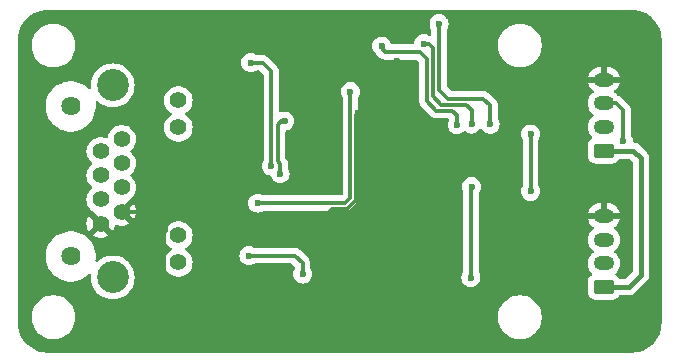
<source format=gbr>
G04 #@! TF.GenerationSoftware,KiCad,Pcbnew,8.0.0*
G04 #@! TF.CreationDate,2024-03-12T12:46:24+03:00*
G04 #@! TF.ProjectId,Maxxfan_ethernet_controller,4d617878-6661-46e5-9f65-746865726e65,rev?*
G04 #@! TF.SameCoordinates,Original*
G04 #@! TF.FileFunction,Copper,L2,Bot*
G04 #@! TF.FilePolarity,Positive*
%FSLAX46Y46*%
G04 Gerber Fmt 4.6, Leading zero omitted, Abs format (unit mm)*
G04 Created by KiCad (PCBNEW 8.0.0) date 2024-03-12 12:46:24*
%MOMM*%
%LPD*%
G01*
G04 APERTURE LIST*
G04 Aperture macros list*
%AMRoundRect*
0 Rectangle with rounded corners*
0 $1 Rounding radius*
0 $2 $3 $4 $5 $6 $7 $8 $9 X,Y pos of 4 corners*
0 Add a 4 corners polygon primitive as box body*
4,1,4,$2,$3,$4,$5,$6,$7,$8,$9,$2,$3,0*
0 Add four circle primitives for the rounded corners*
1,1,$1+$1,$2,$3*
1,1,$1+$1,$4,$5*
1,1,$1+$1,$6,$7*
1,1,$1+$1,$8,$9*
0 Add four rect primitives between the rounded corners*
20,1,$1+$1,$2,$3,$4,$5,0*
20,1,$1+$1,$4,$5,$6,$7,0*
20,1,$1+$1,$6,$7,$8,$9,0*
20,1,$1+$1,$8,$9,$2,$3,0*%
G04 Aperture macros list end*
G04 #@! TA.AperFunction,ComponentPad*
%ADD10RoundRect,0.250000X0.625000X-0.350000X0.625000X0.350000X-0.625000X0.350000X-0.625000X-0.350000X0*%
G04 #@! TD*
G04 #@! TA.AperFunction,ComponentPad*
%ADD11O,1.750000X1.200000*%
G04 #@! TD*
G04 #@! TA.AperFunction,ComponentPad*
%ADD12C,1.400000*%
G04 #@! TD*
G04 #@! TA.AperFunction,ComponentPad*
%ADD13C,1.625000*%
G04 #@! TD*
G04 #@! TA.AperFunction,ComponentPad*
%ADD14C,2.700000*%
G04 #@! TD*
G04 #@! TA.AperFunction,ViaPad*
%ADD15C,0.600000*%
G04 #@! TD*
G04 #@! TA.AperFunction,Conductor*
%ADD16C,0.304800*%
G04 #@! TD*
G04 #@! TA.AperFunction,Conductor*
%ADD17C,0.381000*%
G04 #@! TD*
G04 APERTURE END LIST*
D10*
X144600000Y-118450000D03*
D11*
X144600000Y-116450000D03*
X144600000Y-114450000D03*
X144600000Y-112450000D03*
X144600000Y-100900000D03*
X144600000Y-102900000D03*
X144600000Y-104900000D03*
D10*
X144600000Y-106900000D03*
D12*
X103780000Y-105940000D03*
X102000000Y-106960000D03*
X103780000Y-107980000D03*
X102000000Y-109000000D03*
X103780000Y-110020000D03*
X102000000Y-111040000D03*
X103780000Y-112060000D03*
X102000000Y-113080000D03*
X108590000Y-102650000D03*
X108590000Y-104940000D03*
X108590000Y-114080000D03*
X108590000Y-116370000D03*
D13*
X99460000Y-103160000D03*
X99460000Y-115860000D03*
D14*
X103020000Y-101380000D03*
X103020000Y-117640000D03*
D15*
X123802400Y-103750000D03*
X132900000Y-98000000D03*
X127050000Y-99300000D03*
X122350000Y-98000000D03*
X117600000Y-104400000D03*
X117200000Y-108854800D03*
X114700000Y-99450000D03*
X116450000Y-108202400D03*
X115300000Y-111350000D03*
X123150000Y-101900000D03*
X114550000Y-115800000D03*
X119100000Y-117350000D03*
X125800000Y-98050000D03*
X129350000Y-97850000D03*
X130650000Y-96150000D03*
X134975000Y-104675000D03*
X132177500Y-104722500D03*
X133400000Y-104650000D03*
X136350000Y-102300000D03*
X138400000Y-105500000D03*
X138400000Y-110350000D03*
X146247600Y-106086317D03*
X133350000Y-117650000D03*
X133400000Y-109950000D03*
X114300000Y-114300000D03*
X114400000Y-108700000D03*
X114450000Y-101100000D03*
X119350000Y-104450000D03*
X110200000Y-110747600D03*
X110200000Y-112350000D03*
X130650000Y-117550000D03*
X119350000Y-120800000D03*
X111800000Y-118700000D03*
X121000000Y-119400000D03*
X106900000Y-113250000D03*
D16*
X121000000Y-119400000D02*
X121000000Y-112400000D01*
X123654800Y-111095200D02*
X123654800Y-103897600D01*
X121000000Y-112400000D02*
X121545200Y-111854800D01*
X121545200Y-111854800D02*
X122895200Y-111854800D01*
X122895200Y-111854800D02*
X123654800Y-111095200D01*
X123654800Y-103897600D02*
X123802400Y-103750000D01*
X115300000Y-111350000D02*
X122686104Y-111350000D01*
X122686104Y-111350000D02*
X123150000Y-110886104D01*
X123150000Y-110886104D02*
X123150000Y-101900000D01*
X117200000Y-108854800D02*
X117200000Y-108029766D01*
X117300000Y-104400000D02*
X117600000Y-104400000D01*
X117200000Y-108029766D02*
X116985117Y-107814883D01*
X116985117Y-104714883D02*
X117300000Y-104400000D01*
X116985117Y-107814883D02*
X116985117Y-104714883D01*
X115700000Y-99450000D02*
X114700000Y-99450000D01*
X115750000Y-99500000D02*
X115700000Y-99450000D01*
X116450000Y-100200000D02*
X115750000Y-99500000D01*
X116450000Y-108202400D02*
X116450000Y-100200000D01*
X119100000Y-117350000D02*
X119100000Y-116450000D01*
X119100000Y-116450000D02*
X118450000Y-115800000D01*
X118450000Y-115800000D02*
X114550000Y-115800000D01*
X133400000Y-104650000D02*
X133400000Y-103500000D01*
X133400000Y-103500000D02*
X132904800Y-103004800D01*
X132904800Y-103004800D02*
X130854800Y-103004800D01*
X130145200Y-102295200D02*
X130145200Y-98195200D01*
X130854800Y-103004800D02*
X130145200Y-102295200D01*
X130145200Y-98195200D02*
X129800000Y-97850000D01*
X129800000Y-97850000D02*
X129350000Y-97850000D01*
X134975000Y-104675000D02*
X134975000Y-103075000D01*
X134975000Y-103075000D02*
X134400000Y-102500000D01*
X134400000Y-102500000D02*
X131400000Y-102500000D01*
X131400000Y-102500000D02*
X130650000Y-101750000D01*
X130650000Y-101750000D02*
X130650000Y-96150000D01*
X132177500Y-104722500D02*
X132177500Y-103927500D01*
X131759600Y-103509600D02*
X130409600Y-103509600D01*
X129050000Y-98550000D02*
X126100000Y-98550000D01*
X125800000Y-98250000D02*
X125800000Y-98050000D01*
X132177500Y-103927500D02*
X131759600Y-103509600D01*
X130409600Y-103509600D02*
X129640400Y-102740400D01*
X129640400Y-102740400D02*
X129640400Y-99140400D01*
X129640400Y-99140400D02*
X129050000Y-98550000D01*
X126100000Y-98550000D02*
X125800000Y-98250000D01*
X138400000Y-110350000D02*
X138400000Y-105500000D01*
D17*
X144600000Y-118450000D02*
X146750000Y-118450000D01*
X146750000Y-118450000D02*
X147750000Y-117450000D01*
X147100000Y-106900000D02*
X144600000Y-106900000D01*
X147750000Y-117450000D02*
X147750000Y-107550000D01*
X147750000Y-107550000D02*
X147100000Y-106900000D01*
D16*
X146247600Y-106086317D02*
X146247600Y-103497600D01*
X146247600Y-103497600D02*
X145650000Y-102900000D01*
X145650000Y-102900000D02*
X144600000Y-102900000D01*
X133400000Y-109950000D02*
X133350000Y-110000000D01*
X133350000Y-110000000D02*
X133350000Y-117650000D01*
X110200000Y-110747600D02*
X110200000Y-112350000D01*
X106900000Y-113250000D02*
X106900000Y-120363896D01*
X106900000Y-120363896D02*
X108240904Y-121704800D01*
X108240904Y-121704800D02*
X120395200Y-121704800D01*
X120395200Y-121704800D02*
X121000000Y-121100000D01*
X121000000Y-121100000D02*
X121000000Y-119400000D01*
X103780000Y-112060000D02*
X106860000Y-112060000D01*
X106860000Y-112060000D02*
X107552400Y-112752400D01*
X107552400Y-113747600D02*
X107404800Y-113895200D01*
X107552400Y-112752400D02*
X107552400Y-113747600D01*
X107404800Y-113895200D02*
X107404800Y-120154800D01*
X107404800Y-120154800D02*
X108450000Y-121200000D01*
X108450000Y-121200000D02*
X111050000Y-121200000D01*
X111800000Y-120450000D02*
X111800000Y-118700000D01*
X111050000Y-121200000D02*
X111800000Y-120450000D01*
G04 #@! TA.AperFunction,Conductor*
G36*
X147003738Y-95000726D02*
G01*
X147293798Y-95018271D01*
X147308661Y-95020076D01*
X147590799Y-95071780D01*
X147605336Y-95075363D01*
X147879173Y-95160695D01*
X147893164Y-95166000D01*
X148154744Y-95283727D01*
X148167990Y-95290680D01*
X148413466Y-95439075D01*
X148425777Y-95447573D01*
X148518458Y-95520184D01*
X148651574Y-95624474D01*
X148662782Y-95634404D01*
X148865596Y-95837218D01*
X148875526Y-95848426D01*
X148995482Y-96001539D01*
X149052423Y-96074218D01*
X149060929Y-96086541D01*
X149209316Y-96332004D01*
X149216275Y-96345263D01*
X149333997Y-96606831D01*
X149339306Y-96620832D01*
X149424635Y-96894664D01*
X149428219Y-96909202D01*
X149479923Y-97191340D01*
X149481728Y-97206205D01*
X149499276Y-97496289D01*
X149499502Y-97503776D01*
X149499502Y-121496251D01*
X149499276Y-121503738D01*
X149481730Y-121793796D01*
X149479925Y-121808661D01*
X149428221Y-122090799D01*
X149424637Y-122105337D01*
X149339308Y-122379168D01*
X149333999Y-122393169D01*
X149216277Y-122654737D01*
X149209318Y-122667996D01*
X149060930Y-122913460D01*
X149052424Y-122925783D01*
X148875527Y-123151575D01*
X148865597Y-123162783D01*
X148662783Y-123365597D01*
X148651575Y-123375527D01*
X148425783Y-123552424D01*
X148413460Y-123560930D01*
X148167996Y-123709318D01*
X148154737Y-123716277D01*
X147893169Y-123833999D01*
X147879168Y-123839308D01*
X147605337Y-123924637D01*
X147590799Y-123928221D01*
X147308661Y-123979925D01*
X147293796Y-123981730D01*
X147003738Y-123999276D01*
X146996251Y-123999502D01*
X97503751Y-123999502D01*
X97496264Y-123999276D01*
X97206204Y-123981730D01*
X97191339Y-123979925D01*
X96909201Y-123928221D01*
X96894663Y-123924637D01*
X96620832Y-123839308D01*
X96606831Y-123833999D01*
X96345263Y-123716277D01*
X96332004Y-123709318D01*
X96086537Y-123560928D01*
X96074217Y-123552424D01*
X95848425Y-123375528D01*
X95837217Y-123365598D01*
X95634402Y-123162783D01*
X95624472Y-123151575D01*
X95447572Y-122925778D01*
X95439074Y-122913467D01*
X95290678Y-122667991D01*
X95283725Y-122654745D01*
X95165998Y-122393165D01*
X95160691Y-122379169D01*
X95111945Y-122222738D01*
X95075361Y-122105336D01*
X95071778Y-122090799D01*
X95020074Y-121808661D01*
X95018269Y-121793796D01*
X95000726Y-121503771D01*
X95000500Y-121496284D01*
X95000500Y-121121288D01*
X96149500Y-121121288D01*
X96181161Y-121361785D01*
X96243947Y-121596104D01*
X96325834Y-121793796D01*
X96336776Y-121820212D01*
X96458064Y-122030289D01*
X96458066Y-122030292D01*
X96458067Y-122030293D01*
X96605733Y-122222736D01*
X96605739Y-122222743D01*
X96777256Y-122394260D01*
X96777262Y-122394265D01*
X96969711Y-122541936D01*
X97179788Y-122663224D01*
X97403900Y-122756054D01*
X97638211Y-122818838D01*
X97818586Y-122842584D01*
X97878711Y-122850500D01*
X97878712Y-122850500D01*
X98121289Y-122850500D01*
X98169388Y-122844167D01*
X98361789Y-122818838D01*
X98596100Y-122756054D01*
X98820212Y-122663224D01*
X99030289Y-122541936D01*
X99222738Y-122394265D01*
X99394265Y-122222738D01*
X99541936Y-122030289D01*
X99663224Y-121820212D01*
X99756054Y-121596100D01*
X99818838Y-121361789D01*
X99850500Y-121121288D01*
X135649500Y-121121288D01*
X135681161Y-121361785D01*
X135743947Y-121596104D01*
X135825834Y-121793796D01*
X135836776Y-121820212D01*
X135958064Y-122030289D01*
X135958066Y-122030292D01*
X135958067Y-122030293D01*
X136105733Y-122222736D01*
X136105739Y-122222743D01*
X136277256Y-122394260D01*
X136277262Y-122394265D01*
X136469711Y-122541936D01*
X136679788Y-122663224D01*
X136903900Y-122756054D01*
X137138211Y-122818838D01*
X137318586Y-122842584D01*
X137378711Y-122850500D01*
X137378712Y-122850500D01*
X137621289Y-122850500D01*
X137669388Y-122844167D01*
X137861789Y-122818838D01*
X138096100Y-122756054D01*
X138320212Y-122663224D01*
X138530289Y-122541936D01*
X138722738Y-122394265D01*
X138894265Y-122222738D01*
X139041936Y-122030289D01*
X139163224Y-121820212D01*
X139256054Y-121596100D01*
X139318838Y-121361789D01*
X139350500Y-121121288D01*
X139350500Y-120878712D01*
X139318838Y-120638211D01*
X139256054Y-120403900D01*
X139163224Y-120179788D01*
X139041936Y-119969711D01*
X138894265Y-119777262D01*
X138894260Y-119777256D01*
X138722743Y-119605739D01*
X138722736Y-119605733D01*
X138530293Y-119458067D01*
X138530292Y-119458066D01*
X138530289Y-119458064D01*
X138320212Y-119336776D01*
X138320205Y-119336773D01*
X138096104Y-119243947D01*
X137861785Y-119181161D01*
X137621289Y-119149500D01*
X137621288Y-119149500D01*
X137378712Y-119149500D01*
X137378711Y-119149500D01*
X137138214Y-119181161D01*
X136903895Y-119243947D01*
X136679794Y-119336773D01*
X136679785Y-119336777D01*
X136469706Y-119458067D01*
X136277263Y-119605733D01*
X136277256Y-119605739D01*
X136105739Y-119777256D01*
X136105733Y-119777263D01*
X135958067Y-119969706D01*
X135836777Y-120179785D01*
X135836773Y-120179794D01*
X135743947Y-120403895D01*
X135681161Y-120638214D01*
X135649500Y-120878711D01*
X135649500Y-121121288D01*
X99850500Y-121121288D01*
X99850500Y-120878712D01*
X99818838Y-120638211D01*
X99756054Y-120403900D01*
X99663224Y-120179788D01*
X99541936Y-119969711D01*
X99394265Y-119777262D01*
X99394260Y-119777256D01*
X99222743Y-119605739D01*
X99222736Y-119605733D01*
X99030293Y-119458067D01*
X99030292Y-119458066D01*
X99030289Y-119458064D01*
X98820212Y-119336776D01*
X98820205Y-119336773D01*
X98596104Y-119243947D01*
X98361785Y-119181161D01*
X98121289Y-119149500D01*
X98121288Y-119149500D01*
X97878712Y-119149500D01*
X97878711Y-119149500D01*
X97638214Y-119181161D01*
X97403895Y-119243947D01*
X97179794Y-119336773D01*
X97179785Y-119336777D01*
X96969706Y-119458067D01*
X96777263Y-119605733D01*
X96777256Y-119605739D01*
X96605739Y-119777256D01*
X96605733Y-119777263D01*
X96458067Y-119969706D01*
X96336777Y-120179785D01*
X96336773Y-120179794D01*
X96243947Y-120403895D01*
X96181161Y-120638214D01*
X96149500Y-120878711D01*
X96149500Y-121121288D01*
X95000500Y-121121288D01*
X95000500Y-115999306D01*
X97334500Y-115999306D01*
X97334501Y-115999322D01*
X97370866Y-116275543D01*
X97370867Y-116275548D01*
X97370868Y-116275554D01*
X97442981Y-116544685D01*
X97442984Y-116544695D01*
X97549604Y-116802098D01*
X97549609Y-116802109D01*
X97688914Y-117043390D01*
X97688925Y-117043406D01*
X97858533Y-117264445D01*
X97858539Y-117264452D01*
X98055547Y-117461460D01*
X98055554Y-117461466D01*
X98115267Y-117507285D01*
X98276602Y-117631081D01*
X98276609Y-117631085D01*
X98517890Y-117770390D01*
X98517895Y-117770392D01*
X98517898Y-117770394D01*
X98775314Y-117877019D01*
X99044446Y-117949132D01*
X99320687Y-117985500D01*
X99320694Y-117985500D01*
X99599306Y-117985500D01*
X99599313Y-117985500D01*
X99875554Y-117949132D01*
X100144686Y-117877019D01*
X100402102Y-117770394D01*
X100643398Y-117631081D01*
X100864447Y-117461465D01*
X100966579Y-117359332D01*
X101027900Y-117325849D01*
X101097592Y-117330833D01*
X101153526Y-117372704D01*
X101177943Y-117438168D01*
X101177943Y-117455861D01*
X101164773Y-117639998D01*
X101164773Y-117640001D01*
X101183657Y-117904027D01*
X101183658Y-117904034D01*
X101239921Y-118162673D01*
X101332426Y-118410690D01*
X101332428Y-118410694D01*
X101459280Y-118643005D01*
X101459285Y-118643013D01*
X101617906Y-118854907D01*
X101617922Y-118854925D01*
X101805074Y-119042077D01*
X101805092Y-119042093D01*
X102016986Y-119200714D01*
X102016994Y-119200719D01*
X102249305Y-119327571D01*
X102249309Y-119327573D01*
X102249311Y-119327574D01*
X102497322Y-119420077D01*
X102497325Y-119420077D01*
X102497326Y-119420078D01*
X102671946Y-119458064D01*
X102755974Y-119476343D01*
X102999660Y-119493772D01*
X103019999Y-119495227D01*
X103020000Y-119495227D01*
X103020001Y-119495227D01*
X103038885Y-119493876D01*
X103284026Y-119476343D01*
X103542678Y-119420077D01*
X103790689Y-119327574D01*
X104023011Y-119200716D01*
X104234915Y-119042087D01*
X104422087Y-118854915D01*
X104425766Y-118850001D01*
X143224500Y-118850001D01*
X143224501Y-118850019D01*
X143235000Y-118952796D01*
X143235001Y-118952799D01*
X143290185Y-119119331D01*
X143290187Y-119119336D01*
X143308792Y-119149500D01*
X143382288Y-119268656D01*
X143506344Y-119392712D01*
X143655666Y-119484814D01*
X143822203Y-119539999D01*
X143924991Y-119550500D01*
X145275008Y-119550499D01*
X145377797Y-119539999D01*
X145544334Y-119484814D01*
X145693656Y-119392712D01*
X145817712Y-119268656D01*
X145860119Y-119199901D01*
X145912066Y-119153179D01*
X145965657Y-119141000D01*
X146818060Y-119141000D01*
X146907870Y-119123134D01*
X146951557Y-119114445D01*
X147077311Y-119062356D01*
X147110021Y-119040500D01*
X147190487Y-118986735D01*
X148286735Y-117890486D01*
X148362356Y-117777311D01*
X148414445Y-117651557D01*
X148430569Y-117570500D01*
X148438670Y-117529776D01*
X148440999Y-117518063D01*
X148441000Y-117518058D01*
X148441000Y-107481939D01*
X148414446Y-107348448D01*
X148414445Y-107348447D01*
X148414445Y-107348443D01*
X148413148Y-107345311D01*
X148362359Y-107222695D01*
X148362355Y-107222688D01*
X148321794Y-107161984D01*
X148286735Y-107109514D01*
X148286733Y-107109511D01*
X148286730Y-107109508D01*
X147540492Y-106363269D01*
X147540485Y-106363263D01*
X147427312Y-106287644D01*
X147427309Y-106287642D01*
X147301560Y-106235556D01*
X147301558Y-106235555D01*
X147301557Y-106235555D01*
X147276979Y-106230666D01*
X147276964Y-106230663D01*
X147168055Y-106208999D01*
X147165001Y-106208698D01*
X147163505Y-106208093D01*
X147162083Y-106207811D01*
X147162136Y-106207541D01*
X147100216Y-106182532D01*
X147059862Y-106125494D01*
X147054477Y-106093175D01*
X147053945Y-106093236D01*
X147032969Y-105907067D01*
X147032966Y-105907054D01*
X146973390Y-105736796D01*
X146919506Y-105651039D01*
X146900500Y-105585068D01*
X146900500Y-103433292D01*
X146875410Y-103307161D01*
X146875409Y-103307160D01*
X146875409Y-103307156D01*
X146826192Y-103188336D01*
X146826191Y-103188335D01*
X146826187Y-103188327D01*
X146807311Y-103160078D01*
X146807309Y-103160076D01*
X146805722Y-103157701D01*
X146754741Y-103081400D01*
X146417784Y-102744443D01*
X146066205Y-102392863D01*
X146066204Y-102392862D01*
X146051452Y-102383005D01*
X145959264Y-102321408D01*
X145840444Y-102272191D01*
X145840442Y-102272190D01*
X145816407Y-102267409D01*
X145754497Y-102235023D01*
X145740286Y-102218681D01*
X145714414Y-102183072D01*
X145591928Y-102060586D01*
X145508550Y-102000008D01*
X145465885Y-101944677D01*
X145459906Y-101875064D01*
X145492512Y-101813269D01*
X145508552Y-101799371D01*
X145591598Y-101739036D01*
X145714032Y-101616602D01*
X145815804Y-101476524D01*
X145894408Y-101322255D01*
X145947914Y-101157584D01*
X145949115Y-101150000D01*
X144880330Y-101150000D01*
X144900075Y-101130255D01*
X144949444Y-101044745D01*
X144975000Y-100949370D01*
X144975000Y-100850630D01*
X144949444Y-100755255D01*
X144900075Y-100669745D01*
X144880330Y-100650000D01*
X145949115Y-100650000D01*
X145949115Y-100649999D01*
X145947914Y-100642415D01*
X145894408Y-100477744D01*
X145815804Y-100323475D01*
X145714032Y-100183397D01*
X145591602Y-100060967D01*
X145451524Y-99959195D01*
X145297257Y-99880591D01*
X145132584Y-99827085D01*
X144961571Y-99800000D01*
X144850000Y-99800000D01*
X144850000Y-100619670D01*
X144830255Y-100599925D01*
X144744745Y-100550556D01*
X144649370Y-100525000D01*
X144550630Y-100525000D01*
X144455255Y-100550556D01*
X144369745Y-100599925D01*
X144350000Y-100619670D01*
X144350000Y-99800000D01*
X144238429Y-99800000D01*
X144067415Y-99827085D01*
X143902742Y-99880591D01*
X143748475Y-99959195D01*
X143608397Y-100060967D01*
X143485967Y-100183397D01*
X143384195Y-100323475D01*
X143305591Y-100477744D01*
X143252085Y-100642415D01*
X143250884Y-100649999D01*
X143250885Y-100650000D01*
X144319670Y-100650000D01*
X144299925Y-100669745D01*
X144250556Y-100755255D01*
X144225000Y-100850630D01*
X144225000Y-100949370D01*
X144250556Y-101044745D01*
X144299925Y-101130255D01*
X144319670Y-101150000D01*
X143250885Y-101150000D01*
X143252085Y-101157584D01*
X143305591Y-101322255D01*
X143384195Y-101476524D01*
X143485967Y-101616602D01*
X143608401Y-101739036D01*
X143691447Y-101799371D01*
X143734114Y-101854701D01*
X143740093Y-101924314D01*
X143707488Y-101986109D01*
X143691450Y-102000007D01*
X143608072Y-102060585D01*
X143485588Y-102183069D01*
X143485588Y-102183070D01*
X143485586Y-102183072D01*
X143460281Y-102217901D01*
X143383768Y-102323211D01*
X143305128Y-102477552D01*
X143251597Y-102642302D01*
X143224500Y-102813389D01*
X143224500Y-102986610D01*
X143251423Y-103156600D01*
X143251598Y-103157701D01*
X143305127Y-103322445D01*
X143383768Y-103476788D01*
X143485586Y-103616928D01*
X143608072Y-103739414D01*
X143623047Y-103750294D01*
X143691023Y-103799683D01*
X143733689Y-103855013D01*
X143739667Y-103924626D01*
X143707061Y-103986421D01*
X143691023Y-104000317D01*
X143608078Y-104060581D01*
X143608069Y-104060588D01*
X143485588Y-104183069D01*
X143485588Y-104183070D01*
X143485586Y-104183072D01*
X143484567Y-104184475D01*
X143383768Y-104323211D01*
X143305128Y-104477552D01*
X143251597Y-104642302D01*
X143224500Y-104813389D01*
X143224500Y-104986610D01*
X143250736Y-105152262D01*
X143251598Y-105157701D01*
X143305127Y-105322445D01*
X143383768Y-105476788D01*
X143485586Y-105616928D01*
X143485588Y-105616930D01*
X143593127Y-105724469D01*
X143626612Y-105785792D01*
X143621628Y-105855484D01*
X143579756Y-105911417D01*
X143570544Y-105917688D01*
X143506344Y-105957287D01*
X143382289Y-106081342D01*
X143290187Y-106230663D01*
X143290186Y-106230665D01*
X143290186Y-106230666D01*
X143235001Y-106397203D01*
X143235001Y-106397204D01*
X143235000Y-106397204D01*
X143224500Y-106499983D01*
X143224500Y-107300001D01*
X143224501Y-107300019D01*
X143235000Y-107402796D01*
X143235001Y-107402799D01*
X143290185Y-107569331D01*
X143290187Y-107569336D01*
X143305821Y-107594683D01*
X143382288Y-107718656D01*
X143506344Y-107842712D01*
X143655666Y-107934814D01*
X143822203Y-107989999D01*
X143924991Y-108000500D01*
X145275008Y-108000499D01*
X145377797Y-107989999D01*
X145544334Y-107934814D01*
X145693656Y-107842712D01*
X145817712Y-107718656D01*
X145860119Y-107649901D01*
X145912066Y-107603179D01*
X145965657Y-107591000D01*
X146762416Y-107591000D01*
X146829455Y-107610685D01*
X146850097Y-107627319D01*
X147022681Y-107799902D01*
X147056166Y-107861225D01*
X147059000Y-107887583D01*
X147059000Y-117112416D01*
X147039315Y-117179455D01*
X147022681Y-117200097D01*
X146500097Y-117722681D01*
X146438774Y-117756166D01*
X146412416Y-117759000D01*
X145965657Y-117759000D01*
X145898618Y-117739315D01*
X145860119Y-117700099D01*
X145817712Y-117631344D01*
X145693656Y-117507288D01*
X145693652Y-117507285D01*
X145629456Y-117467688D01*
X145582731Y-117415740D01*
X145571510Y-117346777D01*
X145599353Y-117282695D01*
X145606850Y-117274491D01*
X145714414Y-117166928D01*
X145816232Y-117026788D01*
X145894873Y-116872445D01*
X145948402Y-116707701D01*
X145975500Y-116536611D01*
X145975500Y-116363389D01*
X145948402Y-116192299D01*
X145894873Y-116027555D01*
X145816232Y-115873212D01*
X145714414Y-115733072D01*
X145591928Y-115610586D01*
X145508975Y-115550317D01*
X145466311Y-115494988D01*
X145460332Y-115425374D01*
X145492938Y-115363579D01*
X145508976Y-115349682D01*
X145591928Y-115289414D01*
X145714414Y-115166928D01*
X145816232Y-115026788D01*
X145894873Y-114872445D01*
X145948402Y-114707701D01*
X145975500Y-114536611D01*
X145975500Y-114363389D01*
X145948402Y-114192299D01*
X145894873Y-114027555D01*
X145816232Y-113873212D01*
X145714414Y-113733072D01*
X145591928Y-113610586D01*
X145508550Y-113550008D01*
X145465885Y-113494677D01*
X145459906Y-113425064D01*
X145492512Y-113363269D01*
X145508552Y-113349371D01*
X145591598Y-113289036D01*
X145714032Y-113166602D01*
X145815804Y-113026524D01*
X145894408Y-112872255D01*
X145947914Y-112707584D01*
X145949115Y-112700000D01*
X144880330Y-112700000D01*
X144900075Y-112680255D01*
X144949444Y-112594745D01*
X144975000Y-112499370D01*
X144975000Y-112400630D01*
X144949444Y-112305255D01*
X144900075Y-112219745D01*
X144880330Y-112200000D01*
X145949115Y-112200000D01*
X145949115Y-112199999D01*
X145947914Y-112192415D01*
X145894408Y-112027744D01*
X145815804Y-111873475D01*
X145714032Y-111733397D01*
X145591602Y-111610967D01*
X145451524Y-111509195D01*
X145297257Y-111430591D01*
X145132584Y-111377085D01*
X144961571Y-111350000D01*
X144850000Y-111350000D01*
X144850000Y-112169670D01*
X144830255Y-112149925D01*
X144744745Y-112100556D01*
X144649370Y-112075000D01*
X144550630Y-112075000D01*
X144455255Y-112100556D01*
X144369745Y-112149925D01*
X144350000Y-112169670D01*
X144350000Y-111350000D01*
X144238429Y-111350000D01*
X144067415Y-111377085D01*
X143902742Y-111430591D01*
X143748475Y-111509195D01*
X143608397Y-111610967D01*
X143485967Y-111733397D01*
X143384195Y-111873475D01*
X143305591Y-112027744D01*
X143252085Y-112192415D01*
X143250884Y-112199999D01*
X143250885Y-112200000D01*
X144319670Y-112200000D01*
X144299925Y-112219745D01*
X144250556Y-112305255D01*
X144225000Y-112400630D01*
X144225000Y-112499370D01*
X144250556Y-112594745D01*
X144299925Y-112680255D01*
X144319670Y-112700000D01*
X143250885Y-112700000D01*
X143252085Y-112707584D01*
X143305591Y-112872255D01*
X143384195Y-113026524D01*
X143485967Y-113166602D01*
X143608401Y-113289036D01*
X143691447Y-113349371D01*
X143734114Y-113404701D01*
X143740093Y-113474314D01*
X143707488Y-113536109D01*
X143691450Y-113550007D01*
X143608072Y-113610585D01*
X143485588Y-113733069D01*
X143485588Y-113733070D01*
X143485586Y-113733072D01*
X143458127Y-113770866D01*
X143383768Y-113873211D01*
X143305128Y-114027552D01*
X143251597Y-114192302D01*
X143224500Y-114363389D01*
X143224500Y-114536610D01*
X143246673Y-114676609D01*
X143251598Y-114707701D01*
X143305127Y-114872445D01*
X143383768Y-115026788D01*
X143485586Y-115166928D01*
X143608072Y-115289414D01*
X143608078Y-115289418D01*
X143691023Y-115349683D01*
X143733689Y-115405013D01*
X143739667Y-115474626D01*
X143707061Y-115536421D01*
X143691023Y-115550317D01*
X143608078Y-115610581D01*
X143608069Y-115610588D01*
X143485588Y-115733069D01*
X143485588Y-115733070D01*
X143485586Y-115733072D01*
X143483956Y-115735316D01*
X143383768Y-115873211D01*
X143305128Y-116027552D01*
X143251597Y-116192302D01*
X143224500Y-116363389D01*
X143224500Y-116536611D01*
X143251598Y-116707701D01*
X143297428Y-116848751D01*
X143305128Y-116872447D01*
X143370363Y-117000479D01*
X143383768Y-117026788D01*
X143485586Y-117166928D01*
X143485588Y-117166930D01*
X143593127Y-117274469D01*
X143626612Y-117335792D01*
X143621628Y-117405484D01*
X143579756Y-117461417D01*
X143570544Y-117467688D01*
X143506344Y-117507287D01*
X143382289Y-117631342D01*
X143290187Y-117780663D01*
X143290185Y-117780668D01*
X143274085Y-117829255D01*
X143235001Y-117947203D01*
X143235001Y-117947204D01*
X143235000Y-117947204D01*
X143224500Y-118049983D01*
X143224500Y-118850001D01*
X104425766Y-118850001D01*
X104580716Y-118643011D01*
X104707574Y-118410689D01*
X104800077Y-118162678D01*
X104856343Y-117904026D01*
X104875227Y-117640000D01*
X104856343Y-117375974D01*
X104832082Y-117264447D01*
X104800078Y-117117326D01*
X104772507Y-117043406D01*
X104707574Y-116869311D01*
X104696347Y-116848751D01*
X104580719Y-116636994D01*
X104580714Y-116636986D01*
X104422093Y-116425092D01*
X104422077Y-116425074D01*
X104367003Y-116370000D01*
X107384357Y-116370000D01*
X107404884Y-116591535D01*
X107404885Y-116591537D01*
X107465769Y-116805523D01*
X107465775Y-116805538D01*
X107564938Y-117004683D01*
X107564943Y-117004691D01*
X107699020Y-117182238D01*
X107863437Y-117332123D01*
X107863439Y-117332125D01*
X108052595Y-117449245D01*
X108052596Y-117449245D01*
X108052599Y-117449247D01*
X108260060Y-117529618D01*
X108478757Y-117570500D01*
X108478759Y-117570500D01*
X108701241Y-117570500D01*
X108701243Y-117570500D01*
X108919940Y-117529618D01*
X109127401Y-117449247D01*
X109316562Y-117332124D01*
X109480981Y-117182236D01*
X109615058Y-117004689D01*
X109714229Y-116805528D01*
X109775115Y-116591536D01*
X109795643Y-116370000D01*
X109795030Y-116363389D01*
X109775115Y-116148464D01*
X109775114Y-116148462D01*
X109772916Y-116140738D01*
X109714229Y-115934472D01*
X109683725Y-115873212D01*
X109647271Y-115800003D01*
X113744435Y-115800003D01*
X113764630Y-115979249D01*
X113764631Y-115979254D01*
X113824211Y-116149523D01*
X113903395Y-116275543D01*
X113920184Y-116302262D01*
X114047738Y-116429816D01*
X114200478Y-116525789D01*
X114370745Y-116585368D01*
X114370750Y-116585369D01*
X114549996Y-116605565D01*
X114550000Y-116605565D01*
X114550004Y-116605565D01*
X114729249Y-116585369D01*
X114729252Y-116585368D01*
X114729255Y-116585368D01*
X114899522Y-116525789D01*
X114985276Y-116471905D01*
X115051248Y-116452900D01*
X118128197Y-116452900D01*
X118195236Y-116472585D01*
X118215878Y-116489219D01*
X118410781Y-116684121D01*
X118444266Y-116745444D01*
X118447100Y-116771802D01*
X118447100Y-116848751D01*
X118428094Y-116914722D01*
X118374209Y-117000479D01*
X118314633Y-117170737D01*
X118314630Y-117170750D01*
X118294435Y-117349996D01*
X118294435Y-117350003D01*
X118314630Y-117529249D01*
X118314631Y-117529254D01*
X118374211Y-117699523D01*
X118423089Y-117777311D01*
X118470184Y-117852262D01*
X118597738Y-117979816D01*
X118750478Y-118075789D01*
X118920745Y-118135368D01*
X118920750Y-118135369D01*
X119099996Y-118155565D01*
X119100000Y-118155565D01*
X119100004Y-118155565D01*
X119279249Y-118135369D01*
X119279252Y-118135368D01*
X119279255Y-118135368D01*
X119449522Y-118075789D01*
X119602262Y-117979816D01*
X119729816Y-117852262D01*
X119825789Y-117699522D01*
X119843116Y-117650003D01*
X132544435Y-117650003D01*
X132564630Y-117829249D01*
X132564631Y-117829254D01*
X132624211Y-117999523D01*
X132709569Y-118135368D01*
X132720184Y-118152262D01*
X132847738Y-118279816D01*
X133000478Y-118375789D01*
X133100231Y-118410694D01*
X133170745Y-118435368D01*
X133170750Y-118435369D01*
X133349996Y-118455565D01*
X133350000Y-118455565D01*
X133350004Y-118455565D01*
X133529249Y-118435369D01*
X133529252Y-118435368D01*
X133529255Y-118435368D01*
X133699522Y-118375789D01*
X133852262Y-118279816D01*
X133979816Y-118152262D01*
X134075789Y-117999522D01*
X134135368Y-117829255D01*
X134135369Y-117829249D01*
X134155565Y-117650003D01*
X134155565Y-117649996D01*
X134135369Y-117470750D01*
X134135366Y-117470737D01*
X134075790Y-117300479D01*
X134021906Y-117214722D01*
X134002900Y-117148751D01*
X134002900Y-110529402D01*
X134022585Y-110462363D01*
X134029720Y-110452413D01*
X134029812Y-110452265D01*
X134029816Y-110452262D01*
X134094070Y-110350003D01*
X137594435Y-110350003D01*
X137614630Y-110529249D01*
X137614631Y-110529254D01*
X137674211Y-110699523D01*
X137748946Y-110818462D01*
X137770184Y-110852262D01*
X137897738Y-110979816D01*
X137946917Y-111010717D01*
X138050471Y-111075785D01*
X138050478Y-111075789D01*
X138220745Y-111135368D01*
X138220750Y-111135369D01*
X138399996Y-111155565D01*
X138400000Y-111155565D01*
X138400004Y-111155565D01*
X138579249Y-111135369D01*
X138579252Y-111135368D01*
X138579255Y-111135368D01*
X138749522Y-111075789D01*
X138902262Y-110979816D01*
X139029816Y-110852262D01*
X139125789Y-110699522D01*
X139185368Y-110529255D01*
X139185369Y-110529249D01*
X139205565Y-110350003D01*
X139205565Y-110349996D01*
X139185369Y-110170750D01*
X139185366Y-110170737D01*
X139125790Y-110000479D01*
X139071906Y-109914722D01*
X139052900Y-109848751D01*
X139052900Y-106001248D01*
X139071906Y-105935276D01*
X139082957Y-105917688D01*
X139125789Y-105849522D01*
X139185368Y-105679255D01*
X139191955Y-105620792D01*
X139205565Y-105500003D01*
X139205565Y-105499996D01*
X139185369Y-105320750D01*
X139185368Y-105320745D01*
X139173035Y-105285500D01*
X139125789Y-105150478D01*
X139029816Y-104997738D01*
X138902262Y-104870184D01*
X138826902Y-104822832D01*
X138749523Y-104774211D01*
X138579254Y-104714631D01*
X138579249Y-104714630D01*
X138400004Y-104694435D01*
X138399996Y-104694435D01*
X138220750Y-104714630D01*
X138220745Y-104714631D01*
X138050476Y-104774211D01*
X137897737Y-104870184D01*
X137770184Y-104997737D01*
X137674211Y-105150476D01*
X137614631Y-105320745D01*
X137614630Y-105320750D01*
X137594435Y-105499996D01*
X137594435Y-105500003D01*
X137614630Y-105679249D01*
X137614631Y-105679254D01*
X137659897Y-105808616D01*
X137674211Y-105849522D01*
X137707262Y-105902123D01*
X137728094Y-105935276D01*
X137747100Y-106001248D01*
X137747100Y-109848751D01*
X137728094Y-109914722D01*
X137674209Y-110000479D01*
X137614633Y-110170737D01*
X137614630Y-110170750D01*
X137594435Y-110349996D01*
X137594435Y-110350003D01*
X134094070Y-110350003D01*
X134125789Y-110299522D01*
X134185368Y-110129255D01*
X134191157Y-110077876D01*
X134205565Y-109950003D01*
X134205565Y-109949996D01*
X134185369Y-109770750D01*
X134185368Y-109770745D01*
X134139677Y-109640168D01*
X134125789Y-109600478D01*
X134029816Y-109447738D01*
X133902262Y-109320184D01*
X133749523Y-109224211D01*
X133579254Y-109164631D01*
X133579249Y-109164630D01*
X133400004Y-109144435D01*
X133399996Y-109144435D01*
X133220750Y-109164630D01*
X133220745Y-109164631D01*
X133050476Y-109224211D01*
X132897737Y-109320184D01*
X132770184Y-109447737D01*
X132674211Y-109600476D01*
X132614631Y-109770745D01*
X132614630Y-109770750D01*
X132594435Y-109949996D01*
X132594435Y-109950003D01*
X132614630Y-110129249D01*
X132614633Y-110129262D01*
X132674210Y-110299521D01*
X132678092Y-110305698D01*
X132697100Y-110371672D01*
X132697100Y-117148751D01*
X132678094Y-117214722D01*
X132624209Y-117300479D01*
X132564633Y-117470737D01*
X132564630Y-117470750D01*
X132544435Y-117649996D01*
X132544435Y-117650003D01*
X119843116Y-117650003D01*
X119885368Y-117529255D01*
X119887843Y-117507288D01*
X119905565Y-117350003D01*
X119905565Y-117349996D01*
X119885369Y-117170750D01*
X119885366Y-117170737D01*
X119825790Y-117000479D01*
X119771906Y-116914722D01*
X119752900Y-116848751D01*
X119752900Y-116385692D01*
X119727810Y-116259561D01*
X119727809Y-116259560D01*
X119727809Y-116259556D01*
X119678592Y-116140736D01*
X119637531Y-116079284D01*
X119607141Y-116033801D01*
X119433261Y-115859921D01*
X118866205Y-115292863D01*
X118866204Y-115292862D01*
X118861044Y-115289414D01*
X118759264Y-115221408D01*
X118640444Y-115172191D01*
X118640440Y-115172190D01*
X118635399Y-115171187D01*
X118630357Y-115170184D01*
X118630354Y-115170183D01*
X118630354Y-115170184D01*
X118514307Y-115147100D01*
X118514305Y-115147100D01*
X115051248Y-115147100D01*
X114985276Y-115128094D01*
X114899522Y-115074211D01*
X114729254Y-115014631D01*
X114729249Y-115014630D01*
X114550004Y-114994435D01*
X114549996Y-114994435D01*
X114370750Y-115014630D01*
X114370745Y-115014631D01*
X114200476Y-115074211D01*
X114047737Y-115170184D01*
X113920184Y-115297737D01*
X113824211Y-115450476D01*
X113764631Y-115620745D01*
X113764630Y-115620750D01*
X113744435Y-115799996D01*
X113744435Y-115800003D01*
X109647271Y-115800003D01*
X109615061Y-115735316D01*
X109615056Y-115735308D01*
X109480979Y-115557761D01*
X109316562Y-115407876D01*
X109316560Y-115407874D01*
X109191477Y-115330427D01*
X109144841Y-115278400D01*
X109133737Y-115209418D01*
X109161690Y-115145383D01*
X109191477Y-115119573D01*
X109316560Y-115042125D01*
X109316559Y-115042125D01*
X109316562Y-115042124D01*
X109480981Y-114892236D01*
X109615058Y-114714689D01*
X109714229Y-114515528D01*
X109775115Y-114301536D01*
X109795643Y-114080000D01*
X109775115Y-113858464D01*
X109714229Y-113644472D01*
X109714224Y-113644461D01*
X109615061Y-113445316D01*
X109615056Y-113445308D01*
X109480979Y-113267761D01*
X109316562Y-113117876D01*
X109316560Y-113117874D01*
X109127404Y-113000754D01*
X109127398Y-113000752D01*
X108919940Y-112920382D01*
X108701243Y-112879500D01*
X108478757Y-112879500D01*
X108260060Y-112920382D01*
X108128864Y-112971207D01*
X108052601Y-113000752D01*
X108052595Y-113000754D01*
X107863439Y-113117874D01*
X107863437Y-113117876D01*
X107699020Y-113267761D01*
X107564943Y-113445308D01*
X107564938Y-113445316D01*
X107465775Y-113644461D01*
X107465769Y-113644476D01*
X107404885Y-113858462D01*
X107404884Y-113858464D01*
X107384357Y-114079999D01*
X107384357Y-114080000D01*
X107404884Y-114301535D01*
X107404885Y-114301537D01*
X107465769Y-114515523D01*
X107465775Y-114515538D01*
X107564938Y-114714683D01*
X107564943Y-114714691D01*
X107699020Y-114892238D01*
X107863437Y-115042123D01*
X107863439Y-115042125D01*
X107988522Y-115119573D01*
X108035158Y-115171601D01*
X108046262Y-115240583D01*
X108018309Y-115304617D01*
X107988522Y-115330427D01*
X107863439Y-115407874D01*
X107863437Y-115407876D01*
X107699020Y-115557761D01*
X107564943Y-115735308D01*
X107564938Y-115735316D01*
X107465775Y-115934461D01*
X107465769Y-115934476D01*
X107404885Y-116148462D01*
X107404884Y-116148464D01*
X107384357Y-116369999D01*
X107384357Y-116370000D01*
X104367003Y-116370000D01*
X104234925Y-116237922D01*
X104234907Y-116237906D01*
X104023013Y-116079285D01*
X104023005Y-116079280D01*
X103790694Y-115952428D01*
X103790690Y-115952426D01*
X103542673Y-115859921D01*
X103284034Y-115803658D01*
X103284027Y-115803657D01*
X103020001Y-115784773D01*
X103019999Y-115784773D01*
X102755972Y-115803657D01*
X102755965Y-115803658D01*
X102497326Y-115859921D01*
X102249309Y-115952426D01*
X102249305Y-115952428D01*
X102016994Y-116079280D01*
X102016986Y-116079285D01*
X101805092Y-116237906D01*
X101805081Y-116237916D01*
X101774332Y-116268665D01*
X101713008Y-116302149D01*
X101643317Y-116297163D01*
X101587384Y-116255291D01*
X101562968Y-116189826D01*
X101563712Y-116164802D01*
X101585500Y-115999313D01*
X101585500Y-115720687D01*
X101549132Y-115444446D01*
X101477019Y-115175314D01*
X101475725Y-115172191D01*
X101410462Y-115014630D01*
X101370394Y-114917898D01*
X101370392Y-114917895D01*
X101370390Y-114917890D01*
X101231085Y-114676609D01*
X101231081Y-114676602D01*
X101107485Y-114515528D01*
X101061466Y-114455554D01*
X101061460Y-114455547D01*
X100864452Y-114258539D01*
X100864445Y-114258533D01*
X100643406Y-114088925D01*
X100643404Y-114088923D01*
X100643398Y-114088919D01*
X100643393Y-114088916D01*
X100643390Y-114088914D01*
X100402109Y-113949609D01*
X100402098Y-113949604D01*
X100144695Y-113842984D01*
X100144688Y-113842982D01*
X100144686Y-113842981D01*
X99875554Y-113770868D01*
X99875548Y-113770867D01*
X99875543Y-113770866D01*
X99599322Y-113734501D01*
X99599319Y-113734500D01*
X99599313Y-113734500D01*
X99320687Y-113734500D01*
X99320681Y-113734500D01*
X99320677Y-113734501D01*
X99044456Y-113770866D01*
X99044449Y-113770867D01*
X99044446Y-113770868D01*
X98775314Y-113842981D01*
X98775304Y-113842984D01*
X98517901Y-113949604D01*
X98517890Y-113949609D01*
X98276609Y-114088914D01*
X98276593Y-114088925D01*
X98055554Y-114258533D01*
X98055547Y-114258539D01*
X97858539Y-114455547D01*
X97858533Y-114455554D01*
X97688925Y-114676593D01*
X97688914Y-114676609D01*
X97549609Y-114917890D01*
X97549604Y-114917901D01*
X97442984Y-115175304D01*
X97442981Y-115175314D01*
X97380668Y-115407874D01*
X97370869Y-115444443D01*
X97370866Y-115444456D01*
X97334501Y-115720677D01*
X97334500Y-115720693D01*
X97334500Y-115999306D01*
X95000500Y-115999306D01*
X95000500Y-111040000D01*
X100794357Y-111040000D01*
X100814884Y-111261535D01*
X100814885Y-111261537D01*
X100875769Y-111475523D01*
X100875775Y-111475538D01*
X100974938Y-111674683D01*
X100974943Y-111674691D01*
X101109020Y-111852238D01*
X101273433Y-112002120D01*
X101273435Y-112002121D01*
X101273438Y-112002124D01*
X101282472Y-112007718D01*
X101303647Y-112031338D01*
X101304269Y-112030717D01*
X101911414Y-112637861D01*
X101826306Y-112660667D01*
X101723694Y-112719910D01*
X101639910Y-112803694D01*
X101580667Y-112906306D01*
X101557861Y-112991414D01*
X100991138Y-112424691D01*
X100991137Y-112424691D01*
X100975368Y-112445574D01*
X100876240Y-112644649D01*
X100815378Y-112858560D01*
X100794859Y-113079999D01*
X100794859Y-113080000D01*
X100815378Y-113301439D01*
X100876240Y-113515350D01*
X100975369Y-113714428D01*
X100991137Y-113735308D01*
X100991138Y-113735308D01*
X101557861Y-113168584D01*
X101580667Y-113253694D01*
X101639910Y-113356306D01*
X101723694Y-113440090D01*
X101826306Y-113499333D01*
X101911414Y-113522137D01*
X101346672Y-114086879D01*
X101346672Y-114086880D01*
X101462821Y-114158797D01*
X101462822Y-114158798D01*
X101670195Y-114239134D01*
X101888807Y-114280000D01*
X102111193Y-114280000D01*
X102329809Y-114239133D01*
X102537168Y-114158801D01*
X102537181Y-114158795D01*
X102653326Y-114086879D01*
X102088585Y-113522137D01*
X102173694Y-113499333D01*
X102276306Y-113440090D01*
X102360090Y-113356306D01*
X102419333Y-113253694D01*
X102442138Y-113168585D01*
X103008861Y-113735308D01*
X103024631Y-113714425D01*
X103024633Y-113714422D01*
X103123759Y-113515350D01*
X103184621Y-113301439D01*
X103186036Y-113286172D01*
X103211822Y-113221234D01*
X103268622Y-113180546D01*
X103338403Y-113177026D01*
X103354301Y-113181986D01*
X103450190Y-113219133D01*
X103668807Y-113260000D01*
X103891193Y-113260000D01*
X104109809Y-113219133D01*
X104317168Y-113138801D01*
X104317181Y-113138795D01*
X104433326Y-113066879D01*
X103868585Y-112502138D01*
X103953694Y-112479333D01*
X104056306Y-112420090D01*
X104140090Y-112336306D01*
X104199333Y-112233694D01*
X104222138Y-112148585D01*
X104788861Y-112715308D01*
X104804631Y-112694425D01*
X104804633Y-112694422D01*
X104903759Y-112495350D01*
X104964621Y-112281439D01*
X104985141Y-112060000D01*
X104985141Y-112059999D01*
X104964621Y-111838560D01*
X104903759Y-111624649D01*
X104804635Y-111425580D01*
X104804630Y-111425572D01*
X104788860Y-111404690D01*
X104222137Y-111971413D01*
X104199333Y-111886306D01*
X104140090Y-111783694D01*
X104056306Y-111699910D01*
X103953694Y-111640667D01*
X103868585Y-111617861D01*
X104136446Y-111350000D01*
X114494435Y-111350000D01*
X114514630Y-111529249D01*
X114514631Y-111529254D01*
X114574211Y-111699523D01*
X114595496Y-111733397D01*
X114670184Y-111852262D01*
X114797738Y-111979816D01*
X114950478Y-112075789D01*
X115074665Y-112119244D01*
X115120745Y-112135368D01*
X115120750Y-112135369D01*
X115299996Y-112155565D01*
X115300000Y-112155565D01*
X115300004Y-112155565D01*
X115479249Y-112135369D01*
X115479252Y-112135368D01*
X115479255Y-112135368D01*
X115649522Y-112075789D01*
X115735276Y-112021905D01*
X115801248Y-112002900D01*
X122750411Y-112002900D01*
X122866463Y-111979815D01*
X122876548Y-111977809D01*
X122995368Y-111928592D01*
X123102304Y-111857141D01*
X123657141Y-111302304D01*
X123728592Y-111195368D01*
X123777809Y-111076548D01*
X123777960Y-111075789D01*
X123795479Y-110987716D01*
X123802900Y-110950411D01*
X123802900Y-102401248D01*
X123821906Y-102335276D01*
X123830620Y-102321408D01*
X123875789Y-102249522D01*
X123935368Y-102079255D01*
X123935369Y-102079249D01*
X123955565Y-101900003D01*
X123955565Y-101899996D01*
X123935369Y-101720750D01*
X123935368Y-101720745D01*
X123908523Y-101644026D01*
X123875789Y-101550478D01*
X123779816Y-101397738D01*
X123652262Y-101270184D01*
X123619517Y-101249609D01*
X123499523Y-101174211D01*
X123329254Y-101114631D01*
X123329249Y-101114630D01*
X123150004Y-101094435D01*
X123149996Y-101094435D01*
X122970750Y-101114630D01*
X122970745Y-101114631D01*
X122800476Y-101174211D01*
X122647737Y-101270184D01*
X122520184Y-101397737D01*
X122424211Y-101550476D01*
X122364631Y-101720745D01*
X122364630Y-101720750D01*
X122344435Y-101899996D01*
X122344435Y-101900003D01*
X122364630Y-102079249D01*
X122364631Y-102079254D01*
X122424211Y-102249522D01*
X122478094Y-102335276D01*
X122497100Y-102401248D01*
X122497100Y-110564301D01*
X122477415Y-110631340D01*
X122460781Y-110651982D01*
X122451982Y-110660781D01*
X122390659Y-110694266D01*
X122364301Y-110697100D01*
X115801248Y-110697100D01*
X115735276Y-110678094D01*
X115698030Y-110654691D01*
X115649522Y-110624211D01*
X115593123Y-110604476D01*
X115479254Y-110564631D01*
X115479249Y-110564630D01*
X115300004Y-110544435D01*
X115299996Y-110544435D01*
X115120750Y-110564630D01*
X115120745Y-110564631D01*
X114950476Y-110624211D01*
X114797737Y-110720184D01*
X114670184Y-110847737D01*
X114574211Y-111000476D01*
X114514631Y-111170745D01*
X114514630Y-111170750D01*
X114494435Y-111349996D01*
X114494435Y-111350000D01*
X104136446Y-111350000D01*
X104475730Y-111010717D01*
X104476236Y-111011223D01*
X104497526Y-110987718D01*
X104506562Y-110982124D01*
X104670981Y-110832236D01*
X104805058Y-110654689D01*
X104816685Y-110631340D01*
X104904224Y-110455538D01*
X104904223Y-110455538D01*
X104904229Y-110455528D01*
X104965115Y-110241536D01*
X104985643Y-110020000D01*
X104965115Y-109798464D01*
X104904229Y-109584472D01*
X104904224Y-109584461D01*
X104805061Y-109385316D01*
X104805056Y-109385308D01*
X104670979Y-109207761D01*
X104543596Y-109091637D01*
X104507314Y-109031926D01*
X104509075Y-108962079D01*
X104543596Y-108908363D01*
X104670979Y-108792238D01*
X104681383Y-108778462D01*
X104805058Y-108614689D01*
X104904229Y-108415528D01*
X104965115Y-108201536D01*
X104985643Y-107980000D01*
X104972607Y-107839322D01*
X104965115Y-107758464D01*
X104965114Y-107758462D01*
X104954313Y-107720502D01*
X104904229Y-107544472D01*
X104904224Y-107544461D01*
X104805061Y-107345316D01*
X104805056Y-107345308D01*
X104670979Y-107167761D01*
X104543596Y-107051637D01*
X104507314Y-106991926D01*
X104509075Y-106922079D01*
X104543596Y-106868363D01*
X104670979Y-106752238D01*
X104681383Y-106738462D01*
X104805058Y-106574689D01*
X104904229Y-106375528D01*
X104965115Y-106161536D01*
X104985643Y-105940000D01*
X104982994Y-105911417D01*
X104965115Y-105718464D01*
X104965114Y-105718462D01*
X104953958Y-105679254D01*
X104904229Y-105504472D01*
X104902004Y-105500003D01*
X104805061Y-105305316D01*
X104805056Y-105305308D01*
X104670979Y-105127761D01*
X104506562Y-104977876D01*
X104506560Y-104977874D01*
X104445391Y-104940000D01*
X107384357Y-104940000D01*
X107404884Y-105161535D01*
X107404885Y-105161537D01*
X107465769Y-105375523D01*
X107465775Y-105375538D01*
X107564938Y-105574683D01*
X107564943Y-105574691D01*
X107699020Y-105752238D01*
X107863437Y-105902123D01*
X107863439Y-105902125D01*
X108052595Y-106019245D01*
X108052596Y-106019245D01*
X108052599Y-106019247D01*
X108260060Y-106099618D01*
X108478757Y-106140500D01*
X108478759Y-106140500D01*
X108701241Y-106140500D01*
X108701243Y-106140500D01*
X108919940Y-106099618D01*
X109127401Y-106019247D01*
X109316562Y-105902124D01*
X109480981Y-105752236D01*
X109615058Y-105574689D01*
X109714229Y-105375528D01*
X109775115Y-105161536D01*
X109795643Y-104940000D01*
X109775115Y-104718464D01*
X109714229Y-104504472D01*
X109714224Y-104504461D01*
X109615061Y-104305316D01*
X109615056Y-104305308D01*
X109480979Y-104127761D01*
X109316562Y-103977876D01*
X109316560Y-103977874D01*
X109191477Y-103900427D01*
X109144841Y-103848400D01*
X109133737Y-103779418D01*
X109161690Y-103715383D01*
X109191477Y-103689573D01*
X109216288Y-103674211D01*
X109316562Y-103612124D01*
X109480981Y-103462236D01*
X109615058Y-103284689D01*
X109714229Y-103085528D01*
X109775115Y-102871536D01*
X109795643Y-102650000D01*
X109775115Y-102428464D01*
X109714229Y-102214472D01*
X109698593Y-102183070D01*
X109615061Y-102015316D01*
X109615056Y-102015308D01*
X109480979Y-101837761D01*
X109316562Y-101687876D01*
X109316560Y-101687874D01*
X109127404Y-101570754D01*
X109127398Y-101570752D01*
X108919940Y-101490382D01*
X108701243Y-101449500D01*
X108478757Y-101449500D01*
X108260060Y-101490382D01*
X108128864Y-101541207D01*
X108052601Y-101570752D01*
X108052595Y-101570754D01*
X107863439Y-101687874D01*
X107863437Y-101687876D01*
X107699020Y-101837761D01*
X107564943Y-102015308D01*
X107564938Y-102015316D01*
X107465775Y-102214461D01*
X107465769Y-102214476D01*
X107404885Y-102428462D01*
X107404884Y-102428464D01*
X107384357Y-102649999D01*
X107384357Y-102650000D01*
X107404884Y-102871535D01*
X107404885Y-102871537D01*
X107465769Y-103085523D01*
X107465775Y-103085538D01*
X107564938Y-103284683D01*
X107564943Y-103284691D01*
X107699020Y-103462238D01*
X107863437Y-103612123D01*
X107863439Y-103612125D01*
X107988522Y-103689573D01*
X108035158Y-103741601D01*
X108046262Y-103810583D01*
X108018309Y-103874617D01*
X107988522Y-103900427D01*
X107863439Y-103977874D01*
X107863437Y-103977876D01*
X107699020Y-104127761D01*
X107564943Y-104305308D01*
X107564938Y-104305316D01*
X107465775Y-104504461D01*
X107465769Y-104504476D01*
X107404885Y-104718462D01*
X107404884Y-104718464D01*
X107384357Y-104939999D01*
X107384357Y-104940000D01*
X104445391Y-104940000D01*
X104317404Y-104860754D01*
X104317398Y-104860752D01*
X104109940Y-104780382D01*
X103891243Y-104739500D01*
X103668757Y-104739500D01*
X103450060Y-104780382D01*
X103340484Y-104822832D01*
X103242601Y-104860752D01*
X103242595Y-104860754D01*
X103053439Y-104977874D01*
X103053437Y-104977876D01*
X102889020Y-105127761D01*
X102754943Y-105305308D01*
X102754938Y-105305316D01*
X102655775Y-105504461D01*
X102655769Y-105504476D01*
X102594885Y-105718462D01*
X102594885Y-105718463D01*
X102593526Y-105733127D01*
X102567738Y-105798064D01*
X102510936Y-105838750D01*
X102441155Y-105842268D01*
X102425262Y-105837310D01*
X102351194Y-105808616D01*
X102329940Y-105800382D01*
X102111243Y-105759500D01*
X101888757Y-105759500D01*
X101670060Y-105800382D01*
X101648806Y-105808616D01*
X101462601Y-105880752D01*
X101462595Y-105880754D01*
X101273439Y-105997874D01*
X101273437Y-105997876D01*
X101109020Y-106147761D01*
X100974943Y-106325308D01*
X100974938Y-106325316D01*
X100875775Y-106524461D01*
X100875769Y-106524476D01*
X100814885Y-106738462D01*
X100814884Y-106738464D01*
X100794357Y-106959999D01*
X100794357Y-106960000D01*
X100814884Y-107181535D01*
X100814885Y-107181537D01*
X100875769Y-107395523D01*
X100875775Y-107395538D01*
X100974938Y-107594683D01*
X100974943Y-107594691D01*
X101109020Y-107772238D01*
X101236403Y-107888363D01*
X101272685Y-107948074D01*
X101270924Y-108017922D01*
X101236403Y-108071637D01*
X101109020Y-108187761D01*
X100974943Y-108365308D01*
X100974938Y-108365316D01*
X100875775Y-108564461D01*
X100875769Y-108564476D01*
X100814885Y-108778462D01*
X100814884Y-108778464D01*
X100794357Y-108999999D01*
X100794357Y-109000000D01*
X100814884Y-109221535D01*
X100814885Y-109221537D01*
X100875769Y-109435523D01*
X100875775Y-109435538D01*
X100974938Y-109634683D01*
X100974943Y-109634691D01*
X101109020Y-109812238D01*
X101236403Y-109928363D01*
X101272685Y-109988074D01*
X101270924Y-110057922D01*
X101236403Y-110111637D01*
X101109020Y-110227761D01*
X100974943Y-110405308D01*
X100974938Y-110405316D01*
X100875775Y-110604461D01*
X100875769Y-110604476D01*
X100814885Y-110818462D01*
X100814884Y-110818464D01*
X100794357Y-111039999D01*
X100794357Y-111040000D01*
X95000500Y-111040000D01*
X95000500Y-103299306D01*
X97334500Y-103299306D01*
X97334501Y-103299322D01*
X97370866Y-103575543D01*
X97370867Y-103575548D01*
X97370868Y-103575554D01*
X97442056Y-103841232D01*
X97442981Y-103844685D01*
X97442984Y-103844695D01*
X97549604Y-104102098D01*
X97549609Y-104102109D01*
X97688914Y-104343390D01*
X97688925Y-104343406D01*
X97858533Y-104564445D01*
X97858539Y-104564452D01*
X98055547Y-104761460D01*
X98055553Y-104761465D01*
X98276602Y-104931081D01*
X98276609Y-104931085D01*
X98517890Y-105070390D01*
X98517895Y-105070392D01*
X98517898Y-105070394D01*
X98656402Y-105127764D01*
X98737934Y-105161536D01*
X98775314Y-105177019D01*
X99044446Y-105249132D01*
X99320687Y-105285500D01*
X99320694Y-105285500D01*
X99599306Y-105285500D01*
X99599313Y-105285500D01*
X99875554Y-105249132D01*
X100144686Y-105177019D01*
X100402102Y-105070394D01*
X100643398Y-104931081D01*
X100864447Y-104761465D01*
X101061465Y-104564447D01*
X101231081Y-104343398D01*
X101370394Y-104102102D01*
X101477019Y-103844686D01*
X101549132Y-103575554D01*
X101585500Y-103299313D01*
X101585500Y-103020687D01*
X101563713Y-102855201D01*
X101574478Y-102786167D01*
X101620858Y-102733911D01*
X101688127Y-102715026D01*
X101754928Y-102735506D01*
X101774333Y-102751336D01*
X101805074Y-102782077D01*
X101805092Y-102782093D01*
X102016986Y-102940714D01*
X102016994Y-102940719D01*
X102249305Y-103067571D01*
X102249309Y-103067573D01*
X102249311Y-103067574D01*
X102497322Y-103160077D01*
X102497325Y-103160077D01*
X102497326Y-103160078D01*
X102627186Y-103188327D01*
X102755974Y-103216343D01*
X102999660Y-103233772D01*
X103019999Y-103235227D01*
X103020000Y-103235227D01*
X103020001Y-103235227D01*
X103038885Y-103233876D01*
X103284026Y-103216343D01*
X103542678Y-103160077D01*
X103790689Y-103067574D01*
X104023011Y-102940716D01*
X104234915Y-102782087D01*
X104422087Y-102594915D01*
X104580716Y-102383011D01*
X104707574Y-102150689D01*
X104800077Y-101902678D01*
X104856343Y-101644026D01*
X104875227Y-101380000D01*
X104856343Y-101115974D01*
X104800077Y-100857322D01*
X104707574Y-100609311D01*
X104661536Y-100525000D01*
X104580719Y-100376994D01*
X104580714Y-100376986D01*
X104422093Y-100165092D01*
X104422077Y-100165074D01*
X104234925Y-99977922D01*
X104234907Y-99977906D01*
X104023013Y-99819285D01*
X104023005Y-99819280D01*
X103790694Y-99692428D01*
X103790690Y-99692426D01*
X103542673Y-99599921D01*
X103284034Y-99543658D01*
X103284027Y-99543657D01*
X103020001Y-99524773D01*
X103019999Y-99524773D01*
X102755972Y-99543657D01*
X102755965Y-99543658D01*
X102497326Y-99599921D01*
X102249309Y-99692426D01*
X102249305Y-99692428D01*
X102016994Y-99819280D01*
X102016986Y-99819285D01*
X101805092Y-99977906D01*
X101805074Y-99977922D01*
X101617922Y-100165074D01*
X101617906Y-100165092D01*
X101459285Y-100376986D01*
X101459280Y-100376994D01*
X101332428Y-100609305D01*
X101332426Y-100609309D01*
X101239921Y-100857326D01*
X101183658Y-101115965D01*
X101183657Y-101115972D01*
X101164773Y-101379998D01*
X101164773Y-101380001D01*
X101177943Y-101564138D01*
X101163091Y-101632411D01*
X101113686Y-101681816D01*
X101045413Y-101696668D01*
X100979949Y-101672251D01*
X100966578Y-101660665D01*
X100864452Y-101558539D01*
X100864445Y-101558533D01*
X100643406Y-101388925D01*
X100643404Y-101388923D01*
X100643398Y-101388919D01*
X100643393Y-101388916D01*
X100643390Y-101388914D01*
X100402109Y-101249609D01*
X100402098Y-101249604D01*
X100144695Y-101142984D01*
X100144688Y-101142982D01*
X100144686Y-101142981D01*
X99875554Y-101070868D01*
X99875548Y-101070867D01*
X99875543Y-101070866D01*
X99599322Y-101034501D01*
X99599319Y-101034500D01*
X99599313Y-101034500D01*
X99320687Y-101034500D01*
X99320681Y-101034500D01*
X99320677Y-101034501D01*
X99044456Y-101070866D01*
X99044449Y-101070867D01*
X99044446Y-101070868D01*
X98822809Y-101130255D01*
X98775314Y-101142981D01*
X98775304Y-101142984D01*
X98517901Y-101249604D01*
X98517890Y-101249609D01*
X98276609Y-101388914D01*
X98276593Y-101388925D01*
X98055554Y-101558533D01*
X98055547Y-101558539D01*
X97858539Y-101755547D01*
X97858533Y-101755554D01*
X97688925Y-101976593D01*
X97688914Y-101976609D01*
X97549609Y-102217890D01*
X97549604Y-102217901D01*
X97442984Y-102475304D01*
X97442981Y-102475314D01*
X97373264Y-102735506D01*
X97370869Y-102744443D01*
X97370866Y-102744456D01*
X97334501Y-103020677D01*
X97334500Y-103020693D01*
X97334500Y-103299306D01*
X95000500Y-103299306D01*
X95000500Y-98121288D01*
X96149500Y-98121288D01*
X96181161Y-98361785D01*
X96243947Y-98596104D01*
X96336773Y-98820205D01*
X96336777Y-98820214D01*
X96358974Y-98858661D01*
X96458064Y-99030289D01*
X96458066Y-99030292D01*
X96458067Y-99030293D01*
X96605733Y-99222736D01*
X96605739Y-99222743D01*
X96777256Y-99394260D01*
X96777263Y-99394266D01*
X96849892Y-99449996D01*
X96969711Y-99541936D01*
X97179788Y-99663224D01*
X97403900Y-99756054D01*
X97638211Y-99818838D01*
X97818586Y-99842584D01*
X97878711Y-99850500D01*
X97878712Y-99850500D01*
X98121289Y-99850500D01*
X98169388Y-99844167D01*
X98361789Y-99818838D01*
X98596100Y-99756054D01*
X98820212Y-99663224D01*
X99030289Y-99541936D01*
X99150099Y-99450003D01*
X113894435Y-99450003D01*
X113914630Y-99629249D01*
X113914631Y-99629254D01*
X113974211Y-99799523D01*
X114070184Y-99952262D01*
X114197738Y-100079816D01*
X114286664Y-100135692D01*
X114333442Y-100165085D01*
X114350478Y-100175789D01*
X114520745Y-100235368D01*
X114520750Y-100235369D01*
X114699996Y-100255565D01*
X114700000Y-100255565D01*
X114700004Y-100255565D01*
X114879249Y-100235369D01*
X114879252Y-100235368D01*
X114879255Y-100235368D01*
X115049522Y-100175789D01*
X115135276Y-100121905D01*
X115201248Y-100102900D01*
X115378197Y-100102900D01*
X115445236Y-100122585D01*
X115465878Y-100139219D01*
X115760781Y-100434121D01*
X115794266Y-100495444D01*
X115797100Y-100521802D01*
X115797100Y-107701151D01*
X115778094Y-107767122D01*
X115724209Y-107852879D01*
X115664633Y-108023137D01*
X115664630Y-108023150D01*
X115644435Y-108202396D01*
X115644435Y-108202403D01*
X115664630Y-108381649D01*
X115664631Y-108381654D01*
X115724211Y-108551923D01*
X115801892Y-108675550D01*
X115820184Y-108704662D01*
X115947738Y-108832216D01*
X116100478Y-108928189D01*
X116197330Y-108962079D01*
X116270745Y-108987768D01*
X116270750Y-108987769D01*
X116326250Y-108994022D01*
X116390664Y-109021088D01*
X116429410Y-109076288D01*
X116474210Y-109204321D01*
X116485027Y-109221536D01*
X116570184Y-109357062D01*
X116697738Y-109484616D01*
X116850478Y-109580589D01*
X117005070Y-109634683D01*
X117020745Y-109640168D01*
X117020750Y-109640169D01*
X117199996Y-109660365D01*
X117200000Y-109660365D01*
X117200004Y-109660365D01*
X117379249Y-109640169D01*
X117379252Y-109640168D01*
X117379255Y-109640168D01*
X117549522Y-109580589D01*
X117702262Y-109484616D01*
X117829816Y-109357062D01*
X117925789Y-109204322D01*
X117985368Y-109034055D01*
X117986829Y-109021088D01*
X118005565Y-108854803D01*
X118005565Y-108854796D01*
X117985369Y-108675550D01*
X117985366Y-108675537D01*
X117925790Y-108505279D01*
X117871906Y-108419522D01*
X117852900Y-108353551D01*
X117852900Y-107965458D01*
X117827810Y-107839327D01*
X117827809Y-107839326D01*
X117827809Y-107839322D01*
X117778592Y-107720502D01*
X117777359Y-107718656D01*
X117764985Y-107700137D01*
X117764985Y-107700138D01*
X117707140Y-107613566D01*
X117684574Y-107591000D01*
X117674333Y-107580758D01*
X117640850Y-107519434D01*
X117638017Y-107493079D01*
X117638017Y-105312094D01*
X117657702Y-105245055D01*
X117710506Y-105199300D01*
X117748130Y-105188874D01*
X117779255Y-105185368D01*
X117949522Y-105125789D01*
X118102262Y-105029816D01*
X118229816Y-104902262D01*
X118325789Y-104749522D01*
X118385368Y-104579255D01*
X118387036Y-104564452D01*
X118405565Y-104400003D01*
X118405565Y-104399996D01*
X118385369Y-104220750D01*
X118385368Y-104220745D01*
X118356207Y-104137408D01*
X118325789Y-104050478D01*
X118229816Y-103897738D01*
X118102262Y-103770184D01*
X118070607Y-103750294D01*
X117949523Y-103674211D01*
X117779254Y-103614631D01*
X117779249Y-103614630D01*
X117600004Y-103594435D01*
X117599996Y-103594435D01*
X117420750Y-103614630D01*
X117420742Y-103614632D01*
X117267854Y-103668130D01*
X117198075Y-103671691D01*
X117137448Y-103636962D01*
X117105221Y-103574969D01*
X117102900Y-103551088D01*
X117102900Y-100135692D01*
X117077810Y-100009561D01*
X117077809Y-100009560D01*
X117077809Y-100009556D01*
X117028592Y-99890736D01*
X117024445Y-99884530D01*
X116957140Y-99783800D01*
X116957138Y-99783797D01*
X116159132Y-98985791D01*
X116159127Y-98985787D01*
X116116201Y-98942860D01*
X116116200Y-98942859D01*
X116009264Y-98871408D01*
X115890444Y-98822191D01*
X115890440Y-98822190D01*
X115885399Y-98821187D01*
X115880357Y-98820184D01*
X115880354Y-98820183D01*
X115880354Y-98820184D01*
X115764307Y-98797100D01*
X115764305Y-98797100D01*
X115201248Y-98797100D01*
X115135276Y-98778094D01*
X115049522Y-98724211D01*
X114879254Y-98664631D01*
X114879249Y-98664630D01*
X114700004Y-98644435D01*
X114699996Y-98644435D01*
X114520750Y-98664630D01*
X114520745Y-98664631D01*
X114350476Y-98724211D01*
X114197737Y-98820184D01*
X114070184Y-98947737D01*
X113974211Y-99100476D01*
X113914631Y-99270745D01*
X113914630Y-99270750D01*
X113894435Y-99449996D01*
X113894435Y-99450003D01*
X99150099Y-99450003D01*
X99222738Y-99394265D01*
X99394265Y-99222738D01*
X99541936Y-99030289D01*
X99663224Y-98820212D01*
X99756054Y-98596100D01*
X99818838Y-98361789D01*
X99850500Y-98121288D01*
X99850500Y-98050003D01*
X124994435Y-98050003D01*
X125014630Y-98229249D01*
X125014631Y-98229254D01*
X125074211Y-98399523D01*
X125170184Y-98552262D01*
X125297738Y-98679816D01*
X125309419Y-98687155D01*
X125331126Y-98704467D01*
X125683797Y-99057138D01*
X125683800Y-99057140D01*
X125790736Y-99128592D01*
X125909556Y-99177809D01*
X125909560Y-99177809D01*
X125909561Y-99177810D01*
X126035692Y-99202900D01*
X126035695Y-99202900D01*
X128728197Y-99202900D01*
X128795236Y-99222585D01*
X128815873Y-99239214D01*
X128951182Y-99374522D01*
X128984666Y-99435843D01*
X128987500Y-99462202D01*
X128987500Y-102804705D01*
X128987500Y-102804707D01*
X128987499Y-102804707D01*
X129011876Y-102927251D01*
X129012590Y-102930843D01*
X129061805Y-103049660D01*
X129133262Y-103156604D01*
X129133263Y-103156605D01*
X129993394Y-104016735D01*
X129993397Y-104016738D01*
X130059023Y-104060588D01*
X130061592Y-104062304D01*
X130100336Y-104088192D01*
X130219156Y-104137409D01*
X130219160Y-104137409D01*
X130219161Y-104137410D01*
X130345292Y-104162500D01*
X130345295Y-104162500D01*
X131359602Y-104162500D01*
X131426641Y-104182185D01*
X131472396Y-104234989D01*
X131482340Y-104304147D01*
X131464596Y-104352472D01*
X131451709Y-104372981D01*
X131392133Y-104543237D01*
X131392130Y-104543250D01*
X131371935Y-104722496D01*
X131371935Y-104722503D01*
X131392130Y-104901749D01*
X131392131Y-104901754D01*
X131451711Y-105072023D01*
X131517684Y-105177018D01*
X131547684Y-105224762D01*
X131675238Y-105352316D01*
X131827978Y-105448289D01*
X131920218Y-105480565D01*
X131998245Y-105507868D01*
X131998250Y-105507869D01*
X132177496Y-105528065D01*
X132177500Y-105528065D01*
X132177504Y-105528065D01*
X132356749Y-105507869D01*
X132356752Y-105507868D01*
X132356755Y-105507868D01*
X132527022Y-105448289D01*
X132679762Y-105352316D01*
X132738477Y-105293600D01*
X132799796Y-105260118D01*
X132869488Y-105265102D01*
X132892127Y-105276290D01*
X132897737Y-105279815D01*
X132897738Y-105279816D01*
X133050478Y-105375789D01*
X133220745Y-105435368D01*
X133220750Y-105435369D01*
X133399996Y-105455565D01*
X133400000Y-105455565D01*
X133400004Y-105455565D01*
X133579249Y-105435369D01*
X133579252Y-105435368D01*
X133579255Y-105435368D01*
X133749522Y-105375789D01*
X133902262Y-105279816D01*
X134029816Y-105152262D01*
X134074653Y-105080905D01*
X134126985Y-105034615D01*
X134196038Y-105023966D01*
X134259887Y-105052341D01*
X134284638Y-105080905D01*
X134345182Y-105177260D01*
X134345184Y-105177262D01*
X134472738Y-105304816D01*
X134625478Y-105400789D01*
X134761225Y-105448289D01*
X134795745Y-105460368D01*
X134795750Y-105460369D01*
X134974996Y-105480565D01*
X134975000Y-105480565D01*
X134975004Y-105480565D01*
X135154249Y-105460369D01*
X135154252Y-105460368D01*
X135154255Y-105460368D01*
X135324522Y-105400789D01*
X135477262Y-105304816D01*
X135604816Y-105177262D01*
X135700789Y-105024522D01*
X135760368Y-104854255D01*
X135763185Y-104829255D01*
X135780565Y-104675003D01*
X135780565Y-104674996D01*
X135760369Y-104495750D01*
X135760366Y-104495737D01*
X135700790Y-104325479D01*
X135646906Y-104239722D01*
X135627900Y-104173751D01*
X135627900Y-103010692D01*
X135602810Y-102884561D01*
X135602809Y-102884560D01*
X135602809Y-102884556D01*
X135553592Y-102765736D01*
X135543970Y-102751336D01*
X135540416Y-102746016D01*
X135482139Y-102658798D01*
X135482136Y-102658795D01*
X134816205Y-101992863D01*
X134816204Y-101992862D01*
X134816200Y-101992859D01*
X134709264Y-101921408D01*
X134590444Y-101872191D01*
X134590438Y-101872189D01*
X134464307Y-101847100D01*
X134464305Y-101847100D01*
X131721802Y-101847100D01*
X131654763Y-101827415D01*
X131634121Y-101810781D01*
X131339219Y-101515878D01*
X131305734Y-101454555D01*
X131302900Y-101428197D01*
X131302900Y-98121288D01*
X135649500Y-98121288D01*
X135681161Y-98361785D01*
X135743947Y-98596104D01*
X135836773Y-98820205D01*
X135836777Y-98820214D01*
X135858974Y-98858661D01*
X135958064Y-99030289D01*
X135958066Y-99030292D01*
X135958067Y-99030293D01*
X136105733Y-99222736D01*
X136105739Y-99222743D01*
X136277256Y-99394260D01*
X136277263Y-99394266D01*
X136349892Y-99449996D01*
X136469711Y-99541936D01*
X136679788Y-99663224D01*
X136903900Y-99756054D01*
X137138211Y-99818838D01*
X137318586Y-99842584D01*
X137378711Y-99850500D01*
X137378712Y-99850500D01*
X137621289Y-99850500D01*
X137669388Y-99844167D01*
X137861789Y-99818838D01*
X138096100Y-99756054D01*
X138320212Y-99663224D01*
X138530289Y-99541936D01*
X138722738Y-99394265D01*
X138894265Y-99222738D01*
X139041936Y-99030289D01*
X139163224Y-98820212D01*
X139256054Y-98596100D01*
X139318838Y-98361789D01*
X139350500Y-98121288D01*
X139350500Y-97878712D01*
X139318838Y-97638211D01*
X139256054Y-97403900D01*
X139163224Y-97179788D01*
X139041936Y-96969711D01*
X138894265Y-96777262D01*
X138894260Y-96777256D01*
X138722743Y-96605739D01*
X138722736Y-96605733D01*
X138530293Y-96458067D01*
X138530292Y-96458066D01*
X138530289Y-96458064D01*
X138323068Y-96338425D01*
X138320214Y-96336777D01*
X138320205Y-96336773D01*
X138096104Y-96243947D01*
X137861785Y-96181161D01*
X137621289Y-96149500D01*
X137621288Y-96149500D01*
X137378712Y-96149500D01*
X137378711Y-96149500D01*
X137138214Y-96181161D01*
X136903895Y-96243947D01*
X136679794Y-96336773D01*
X136679785Y-96336777D01*
X136469706Y-96458067D01*
X136277263Y-96605733D01*
X136277256Y-96605739D01*
X136105739Y-96777256D01*
X136105733Y-96777263D01*
X135958067Y-96969706D01*
X135836777Y-97179785D01*
X135836773Y-97179794D01*
X135743947Y-97403895D01*
X135681161Y-97638214D01*
X135649500Y-97878711D01*
X135649500Y-98121288D01*
X131302900Y-98121288D01*
X131302900Y-96651248D01*
X131321906Y-96585276D01*
X131375789Y-96499522D01*
X131435368Y-96329255D01*
X131435369Y-96329249D01*
X131455565Y-96150003D01*
X131455565Y-96149996D01*
X131435369Y-95970750D01*
X131435368Y-95970745D01*
X131375788Y-95800476D01*
X131336582Y-95738080D01*
X131279816Y-95647738D01*
X131152262Y-95520184D01*
X131036709Y-95447577D01*
X130999523Y-95424211D01*
X130829254Y-95364631D01*
X130829249Y-95364630D01*
X130650004Y-95344435D01*
X130649996Y-95344435D01*
X130470750Y-95364630D01*
X130470745Y-95364631D01*
X130300476Y-95424211D01*
X130147737Y-95520184D01*
X130020184Y-95647737D01*
X129924211Y-95800476D01*
X129864631Y-95970745D01*
X129864630Y-95970750D01*
X129844435Y-96149996D01*
X129844435Y-96150003D01*
X129864630Y-96329249D01*
X129864631Y-96329254D01*
X129924211Y-96499522D01*
X129978094Y-96585276D01*
X129997100Y-96651248D01*
X129997100Y-97073366D01*
X129977415Y-97140405D01*
X129924611Y-97186160D01*
X129870397Y-97195196D01*
X129870397Y-97197100D01*
X129851248Y-97197100D01*
X129785276Y-97178094D01*
X129699522Y-97124211D01*
X129529254Y-97064631D01*
X129529249Y-97064630D01*
X129350004Y-97044435D01*
X129349996Y-97044435D01*
X129170750Y-97064630D01*
X129170745Y-97064631D01*
X129000476Y-97124211D01*
X128847737Y-97220184D01*
X128720184Y-97347737D01*
X128624211Y-97500476D01*
X128564631Y-97670745D01*
X128564630Y-97670750D01*
X128551535Y-97786983D01*
X128524469Y-97851397D01*
X128466874Y-97890952D01*
X128428315Y-97897100D01*
X126682573Y-97897100D01*
X126615534Y-97877415D01*
X126569779Y-97824611D01*
X126565531Y-97814054D01*
X126525789Y-97700478D01*
X126429815Y-97547737D01*
X126302262Y-97420184D01*
X126149523Y-97324211D01*
X125979254Y-97264631D01*
X125979249Y-97264630D01*
X125800004Y-97244435D01*
X125799996Y-97244435D01*
X125620750Y-97264630D01*
X125620745Y-97264631D01*
X125450476Y-97324211D01*
X125297737Y-97420184D01*
X125170184Y-97547737D01*
X125074211Y-97700476D01*
X125014631Y-97870745D01*
X125014630Y-97870750D01*
X124994435Y-98049996D01*
X124994435Y-98050003D01*
X99850500Y-98050003D01*
X99850500Y-97878712D01*
X99818838Y-97638211D01*
X99756054Y-97403900D01*
X99663224Y-97179788D01*
X99541936Y-96969711D01*
X99394265Y-96777262D01*
X99394260Y-96777256D01*
X99222743Y-96605739D01*
X99222736Y-96605733D01*
X99030293Y-96458067D01*
X99030292Y-96458066D01*
X99030289Y-96458064D01*
X98823068Y-96338425D01*
X98820214Y-96336777D01*
X98820205Y-96336773D01*
X98596104Y-96243947D01*
X98361785Y-96181161D01*
X98121289Y-96149500D01*
X98121288Y-96149500D01*
X97878712Y-96149500D01*
X97878711Y-96149500D01*
X97638214Y-96181161D01*
X97403895Y-96243947D01*
X97179794Y-96336773D01*
X97179785Y-96336777D01*
X96969706Y-96458067D01*
X96777263Y-96605733D01*
X96777256Y-96605739D01*
X96605739Y-96777256D01*
X96605733Y-96777263D01*
X96458067Y-96969706D01*
X96336777Y-97179785D01*
X96336773Y-97179794D01*
X96243947Y-97403895D01*
X96181161Y-97638214D01*
X96149500Y-97878711D01*
X96149500Y-98121288D01*
X95000500Y-98121288D01*
X95000500Y-97503750D01*
X95000726Y-97496263D01*
X95017304Y-97222191D01*
X95018271Y-97206201D01*
X95020076Y-97191340D01*
X95021026Y-97186160D01*
X95071780Y-96909197D01*
X95075364Y-96894663D01*
X95160696Y-96620822D01*
X95165998Y-96606841D01*
X95283731Y-96345249D01*
X95290676Y-96332016D01*
X95439080Y-96086526D01*
X95447567Y-96074230D01*
X95624480Y-95848417D01*
X95634395Y-95837226D01*
X95837226Y-95634395D01*
X95848417Y-95624480D01*
X96074230Y-95447567D01*
X96086526Y-95439080D01*
X96332016Y-95290676D01*
X96345249Y-95283731D01*
X96606841Y-95165998D01*
X96620822Y-95160696D01*
X96894668Y-95075362D01*
X96909197Y-95071780D01*
X97191344Y-95020075D01*
X97206201Y-95018271D01*
X97496264Y-95000726D01*
X97503751Y-95000500D01*
X97565892Y-95000500D01*
X146934110Y-95000500D01*
X146996251Y-95000500D01*
X147003738Y-95000726D01*
G37*
G04 #@! TD.AperFunction*
M02*

</source>
